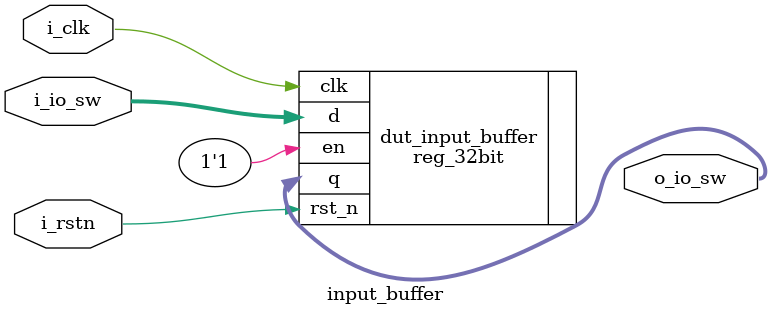
<source format=sv>
module input_buffer(
    input logic                 i_clk, i_rstn,
    input logic     [31:0]      i_io_sw,
    output logic    [31:0]      o_io_sw
);

reg_32bit   dut_input_buffer    (
    .clk                        (   i_clk   ),
    .rst_n                      (   i_rstn  ),
    .en                         (   1'b1    ),
    .d                          (   i_io_sw ),
    .q                          (   o_io_sw )
);

endmodule : input_buffer

</source>
